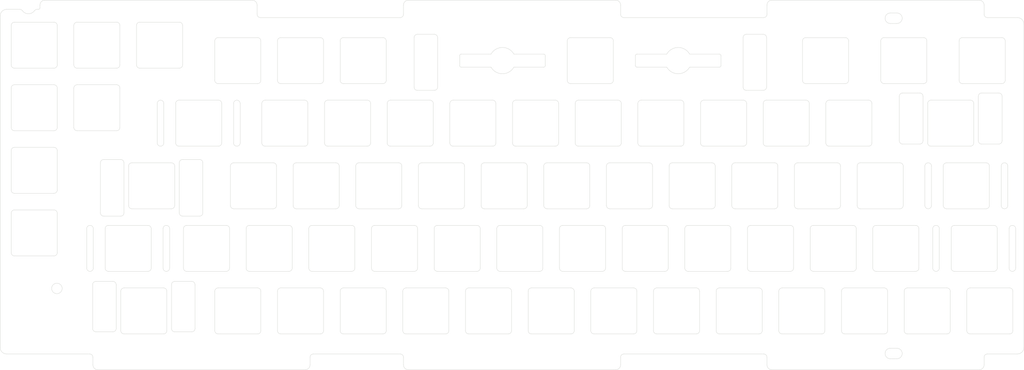
<source format=kicad_pcb>
(kicad_pcb (version 20171130) (host pcbnew "(5.1.9)-1")

  (general
    (thickness 1.6)
    (drawings 725)
    (tracks 0)
    (zones 0)
    (modules 0)
    (nets 1)
  )

  (page A4)
  (layers
    (0 F.Cu signal)
    (31 B.Cu signal)
    (32 B.Adhes user)
    (33 F.Adhes user)
    (34 B.Paste user)
    (35 F.Paste user)
    (36 B.SilkS user)
    (37 F.SilkS user)
    (38 B.Mask user)
    (39 F.Mask user)
    (40 Dwgs.User user)
    (41 Cmts.User user)
    (42 Eco1.User user)
    (43 Eco2.User user)
    (44 Edge.Cuts user)
    (45 Margin user)
    (46 B.CrtYd user)
    (47 F.CrtYd user)
    (48 B.Fab user)
    (49 F.Fab user)
  )

  (setup
    (last_trace_width 0.25)
    (trace_clearance 0.2)
    (zone_clearance 0.508)
    (zone_45_only no)
    (trace_min 0.2)
    (via_size 0.8)
    (via_drill 0.4)
    (via_min_size 0.4)
    (via_min_drill 0.3)
    (uvia_size 0.3)
    (uvia_drill 0.1)
    (uvias_allowed no)
    (uvia_min_size 0.2)
    (uvia_min_drill 0.1)
    (edge_width 0.05)
    (segment_width 0.2)
    (pcb_text_width 0.3)
    (pcb_text_size 1.5 1.5)
    (mod_edge_width 0.12)
    (mod_text_size 1 1)
    (mod_text_width 0.15)
    (pad_size 1.524 1.524)
    (pad_drill 0.762)
    (pad_to_mask_clearance 0)
    (aux_axis_origin 0 0)
    (visible_elements FFFFFF7F)
    (pcbplotparams
      (layerselection 0x010fc_ffffffff)
      (usegerberextensions false)
      (usegerberattributes true)
      (usegerberadvancedattributes true)
      (creategerberjobfile true)
      (excludeedgelayer true)
      (linewidth 0.100000)
      (plotframeref false)
      (viasonmask false)
      (mode 1)
      (useauxorigin false)
      (hpglpennumber 1)
      (hpglpenspeed 20)
      (hpglpendiameter 15.000000)
      (psnegative false)
      (psa4output false)
      (plotreference true)
      (plotvalue true)
      (plotinvisibletext false)
      (padsonsilk false)
      (subtractmaskfromsilk false)
      (outputformat 1)
      (mirror false)
      (drillshape 0)
      (scaleselection 1)
      (outputdirectory "C:/Users/lfgab/Documents/GitHub/alpine-fr4-plate/gerbers/"))
  )

  (net 0 "")

  (net_class Default "This is the default net class."
    (clearance 0.2)
    (trace_width 0.25)
    (via_dia 0.8)
    (via_drill 0.4)
    (uvia_dia 0.3)
    (uvia_drill 0.1)
  )

  (gr_circle (center 11.65 131.249999) (end 13.25 131.249999) (layer Edge.Cuts) (width 0.1))
  (gr_arc (start 289.25 132.1) (end 289.25 131.1) (angle -90) (layer Edge.Cuts) (width 0.1))
  (gr_line (start 301.25 131.1) (end 289.25 131.1) (layer Edge.Cuts) (width 0.1))
  (gr_arc (start 301.25 132.1) (end 302.25 132.1) (angle -90) (layer Edge.Cuts) (width 0.1))
  (gr_line (start 302.25 144.1) (end 302.25 132.1) (layer Edge.Cuts) (width 0.1))
  (gr_arc (start 301.25 144.1) (end 301.25 145.1) (angle -90) (layer Edge.Cuts) (width 0.1))
  (gr_line (start 289.25 145.1) (end 301.25 145.1) (layer Edge.Cuts) (width 0.1))
  (gr_arc (start 289.25 144.1) (end 288.25 144.1) (angle -90) (layer Edge.Cuts) (width 0.1))
  (gr_line (start 288.25 132.1) (end 288.25 144.1) (layer Edge.Cuts) (width 0.1))
  (gr_arc (start 270.2 132.1) (end 270.2 131.1) (angle -90) (layer Edge.Cuts) (width 0.1))
  (gr_line (start 282.2 131.1) (end 270.2 131.1) (layer Edge.Cuts) (width 0.1))
  (gr_arc (start 282.2 132.1) (end 283.2 132.1) (angle -90) (layer Edge.Cuts) (width 0.1))
  (gr_line (start 283.2 144.1) (end 283.2 132.1) (layer Edge.Cuts) (width 0.1))
  (gr_arc (start 282.2 144.1) (end 282.2 145.1) (angle -90) (layer Edge.Cuts) (width 0.1))
  (gr_line (start 270.2 145.1) (end 282.2 145.1) (layer Edge.Cuts) (width 0.1))
  (gr_arc (start 270.2 144.1) (end 269.2 144.1) (angle -90) (layer Edge.Cuts) (width 0.1))
  (gr_line (start 269.2 132.1) (end 269.2 144.1) (layer Edge.Cuts) (width 0.1))
  (gr_arc (start 251.15 132.1) (end 251.15 131.1) (angle -90) (layer Edge.Cuts) (width 0.1))
  (gr_line (start 263.15 131.1) (end 251.15 131.1) (layer Edge.Cuts) (width 0.1))
  (gr_arc (start 263.15 132.1) (end 264.15 132.1) (angle -90) (layer Edge.Cuts) (width 0.1))
  (gr_line (start 264.15 144.1) (end 264.15 132.1) (layer Edge.Cuts) (width 0.1))
  (gr_arc (start 263.15 144.1) (end 263.15 145.1) (angle -90) (layer Edge.Cuts) (width 0.1))
  (gr_line (start 251.15 145.1) (end 263.15 145.1) (layer Edge.Cuts) (width 0.1))
  (gr_arc (start 251.15 144.1) (end 250.15 144.1) (angle -90) (layer Edge.Cuts) (width 0.1))
  (gr_line (start 250.15 132.1) (end 250.15 144.1) (layer Edge.Cuts) (width 0.1))
  (gr_arc (start 232.1 132.1) (end 232.1 131.1) (angle -90) (layer Edge.Cuts) (width 0.1))
  (gr_line (start 244.1 131.1) (end 232.1 131.1) (layer Edge.Cuts) (width 0.1))
  (gr_arc (start 244.1 132.1) (end 245.1 132.1) (angle -90) (layer Edge.Cuts) (width 0.1))
  (gr_line (start 245.1 144.1) (end 245.1 132.1) (layer Edge.Cuts) (width 0.1))
  (gr_arc (start 244.1 144.1) (end 244.1 145.1) (angle -90) (layer Edge.Cuts) (width 0.1))
  (gr_line (start 232.1 145.1) (end 244.1 145.1) (layer Edge.Cuts) (width 0.1))
  (gr_arc (start 232.1 144.1) (end 231.1 144.1) (angle -90) (layer Edge.Cuts) (width 0.1))
  (gr_line (start 231.1 132.1) (end 231.1 144.1) (layer Edge.Cuts) (width 0.1))
  (gr_arc (start 213.05 132.1) (end 213.05 131.1) (angle -90) (layer Edge.Cuts) (width 0.1))
  (gr_line (start 225.05 131.1) (end 213.05 131.1) (layer Edge.Cuts) (width 0.1))
  (gr_arc (start 225.05 132.1) (end 226.05 132.1) (angle -90) (layer Edge.Cuts) (width 0.1))
  (gr_line (start 226.05 144.1) (end 226.05 132.1) (layer Edge.Cuts) (width 0.1))
  (gr_arc (start 225.05 144.1) (end 225.05 145.1) (angle -90) (layer Edge.Cuts) (width 0.1))
  (gr_line (start 213.05 145.1) (end 225.05 145.1) (layer Edge.Cuts) (width 0.1))
  (gr_arc (start 213.05 144.1) (end 212.05 144.1) (angle -90) (layer Edge.Cuts) (width 0.1))
  (gr_line (start 212.05 132.1) (end 212.05 144.1) (layer Edge.Cuts) (width 0.1))
  (gr_arc (start 194 132.1) (end 194 131.1) (angle -90) (layer Edge.Cuts) (width 0.1))
  (gr_line (start 206 131.1) (end 194 131.1) (layer Edge.Cuts) (width 0.1))
  (gr_arc (start 206 132.1) (end 207 132.1) (angle -90) (layer Edge.Cuts) (width 0.1))
  (gr_line (start 207 144.1) (end 207 132.1) (layer Edge.Cuts) (width 0.1))
  (gr_arc (start 206 144.1) (end 206 145.1) (angle -90) (layer Edge.Cuts) (width 0.1))
  (gr_line (start 194 145.1) (end 206 145.1) (layer Edge.Cuts) (width 0.1))
  (gr_arc (start 194 144.1) (end 193 144.1) (angle -90) (layer Edge.Cuts) (width 0.1))
  (gr_line (start 193 132.1) (end 193 144.1) (layer Edge.Cuts) (width 0.1))
  (gr_arc (start 174.95 132.1) (end 174.95 131.1) (angle -90) (layer Edge.Cuts) (width 0.1))
  (gr_line (start 186.95 131.1) (end 174.95 131.1) (layer Edge.Cuts) (width 0.1))
  (gr_arc (start 186.95 132.1) (end 187.95 132.1) (angle -90) (layer Edge.Cuts) (width 0.1))
  (gr_line (start 187.95 144.1) (end 187.95 132.1) (layer Edge.Cuts) (width 0.1))
  (gr_arc (start 186.95 144.1) (end 186.95 145.1) (angle -90) (layer Edge.Cuts) (width 0.1))
  (gr_line (start 174.95 145.1) (end 186.95 145.1) (layer Edge.Cuts) (width 0.1))
  (gr_arc (start 174.95 144.1) (end 173.95 144.1) (angle -90) (layer Edge.Cuts) (width 0.1))
  (gr_line (start 173.95 132.1) (end 173.95 144.1) (layer Edge.Cuts) (width 0.1))
  (gr_arc (start 155.9 132.1) (end 155.9 131.1) (angle -90) (layer Edge.Cuts) (width 0.1))
  (gr_line (start 167.9 131.1) (end 155.9 131.1) (layer Edge.Cuts) (width 0.1))
  (gr_arc (start 167.9 132.1) (end 168.9 132.1) (angle -90) (layer Edge.Cuts) (width 0.1))
  (gr_line (start 168.9 144.1) (end 168.9 132.1) (layer Edge.Cuts) (width 0.1))
  (gr_arc (start 167.9 144.1) (end 167.9 145.1) (angle -90) (layer Edge.Cuts) (width 0.1))
  (gr_line (start 155.9 145.1) (end 167.9 145.1) (layer Edge.Cuts) (width 0.1))
  (gr_arc (start 155.9 144.1) (end 154.9 144.1) (angle -90) (layer Edge.Cuts) (width 0.1))
  (gr_line (start 154.9 132.1) (end 154.9 144.1) (layer Edge.Cuts) (width 0.1))
  (gr_arc (start 136.85 132.1) (end 136.85 131.1) (angle -90) (layer Edge.Cuts) (width 0.1))
  (gr_line (start 148.85 131.1) (end 136.85 131.1) (layer Edge.Cuts) (width 0.1))
  (gr_arc (start 148.85 132.1) (end 149.85 132.1) (angle -90) (layer Edge.Cuts) (width 0.1))
  (gr_line (start 149.85 144.1) (end 149.85 132.1) (layer Edge.Cuts) (width 0.1))
  (gr_arc (start 148.85 144.1) (end 148.85 145.1) (angle -90) (layer Edge.Cuts) (width 0.1))
  (gr_line (start 136.85 145.1) (end 148.85 145.1) (layer Edge.Cuts) (width 0.1))
  (gr_arc (start 136.85 144.1) (end 135.85 144.1) (angle -90) (layer Edge.Cuts) (width 0.1))
  (gr_line (start 135.85 132.1) (end 135.85 144.1) (layer Edge.Cuts) (width 0.1))
  (gr_arc (start 117.8 132.1) (end 117.8 131.1) (angle -90) (layer Edge.Cuts) (width 0.1))
  (gr_line (start 129.8 131.1) (end 117.8 131.1) (layer Edge.Cuts) (width 0.1))
  (gr_arc (start 129.8 132.1) (end 130.8 132.1) (angle -90) (layer Edge.Cuts) (width 0.1))
  (gr_line (start 130.8 144.1) (end 130.8 132.1) (layer Edge.Cuts) (width 0.1))
  (gr_arc (start 129.8 144.1) (end 129.8 145.1) (angle -90) (layer Edge.Cuts) (width 0.1))
  (gr_line (start 117.8 145.1) (end 129.8 145.1) (layer Edge.Cuts) (width 0.1))
  (gr_arc (start 117.8 144.1) (end 116.8 144.1) (angle -90) (layer Edge.Cuts) (width 0.1))
  (gr_line (start 116.8 132.1) (end 116.8 144.1) (layer Edge.Cuts) (width 0.1))
  (gr_arc (start 98.75 132.1) (end 98.75 131.1) (angle -90) (layer Edge.Cuts) (width 0.1))
  (gr_line (start 110.75 131.1) (end 98.75 131.1) (layer Edge.Cuts) (width 0.1))
  (gr_arc (start 110.75 132.1) (end 111.75 132.1) (angle -90) (layer Edge.Cuts) (width 0.1))
  (gr_line (start 111.75 144.1) (end 111.75 132.1) (layer Edge.Cuts) (width 0.1))
  (gr_arc (start 110.75 144.1) (end 110.75 145.1) (angle -90) (layer Edge.Cuts) (width 0.1))
  (gr_line (start 98.75 145.1) (end 110.75 145.1) (layer Edge.Cuts) (width 0.1))
  (gr_arc (start 98.75 144.1) (end 97.75 144.1) (angle -90) (layer Edge.Cuts) (width 0.1))
  (gr_line (start 97.75 132.1) (end 97.75 144.1) (layer Edge.Cuts) (width 0.1))
  (gr_arc (start 79.7 132.1) (end 79.7 131.1) (angle -90) (layer Edge.Cuts) (width 0.1))
  (gr_line (start 91.7 131.1) (end 79.7 131.1) (layer Edge.Cuts) (width 0.1))
  (gr_arc (start 91.7 132.1) (end 92.7 132.1) (angle -90) (layer Edge.Cuts) (width 0.1))
  (gr_line (start 92.7 144.1) (end 92.7 132.1) (layer Edge.Cuts) (width 0.1))
  (gr_arc (start 91.7 144.1) (end 91.7 145.1) (angle -90) (layer Edge.Cuts) (width 0.1))
  (gr_line (start 79.7 145.1) (end 91.7 145.1) (layer Edge.Cuts) (width 0.1))
  (gr_arc (start 79.7 144.1) (end 78.7 144.1) (angle -90) (layer Edge.Cuts) (width 0.1))
  (gr_line (start 78.7 132.1) (end 78.7 144.1) (layer Edge.Cuts) (width 0.1))
  (gr_arc (start 60.65 132.1) (end 60.65 131.1) (angle -90) (layer Edge.Cuts) (width 0.1))
  (gr_line (start 72.65 131.1) (end 60.65 131.1) (layer Edge.Cuts) (width 0.1))
  (gr_arc (start 72.65 132.1) (end 73.65 132.1) (angle -90) (layer Edge.Cuts) (width 0.1))
  (gr_line (start 73.65 144.1) (end 73.65 132.1) (layer Edge.Cuts) (width 0.1))
  (gr_arc (start 72.65 144.1) (end 72.65 145.1) (angle -90) (layer Edge.Cuts) (width 0.1))
  (gr_line (start 60.65 145.1) (end 72.65 145.1) (layer Edge.Cuts) (width 0.1))
  (gr_arc (start 60.65 144.1) (end 59.65 144.1) (angle -90) (layer Edge.Cuts) (width 0.1))
  (gr_line (start 59.65 132.1) (end 59.65 144.1) (layer Edge.Cuts) (width 0.1))
  (gr_arc (start 44.075 144.1) (end 44.075 145.1) (angle -90) (layer Edge.Cuts) (width 0.1))
  (gr_line (start 32.075 145.1) (end 44.075 145.1) (layer Edge.Cuts) (width 0.1))
  (gr_arc (start 32.075 144.1) (end 31.075 144.1) (angle -90) (layer Edge.Cuts) (width 0.1))
  (gr_line (start 31.075 132.1) (end 31.075 144.1) (layer Edge.Cuts) (width 0.1))
  (gr_arc (start 32.075 132.1) (end 32.075 131.1) (angle -90) (layer Edge.Cuts) (width 0.1))
  (gr_line (start 44.075 131.1) (end 32.075 131.1) (layer Edge.Cuts) (width 0.1))
  (gr_arc (start 44.075 132.1) (end 45.075 132.1) (angle -90) (layer Edge.Cuts) (width 0.1))
  (gr_line (start 45.075 144.1) (end 45.075 132.1) (layer Edge.Cuts) (width 0.1))
  (gr_arc (start 21.71 125.05) (end 20.71 125.05) (angle -180) (layer Edge.Cuts) (width 0.1))
  (gr_line (start 20.71 113.05) (end 20.71 125.05) (layer Edge.Cuts) (width 0.1))
  (gr_arc (start 21.71 113.05) (end 22.71 113.05) (angle -180) (layer Edge.Cuts) (width 0.1))
  (gr_line (start 22.71 125.05) (end 22.71 113.05) (layer Edge.Cuts) (width 0.1))
  (gr_arc (start 27.31 113.05) (end 27.31 112.05) (angle -90) (layer Edge.Cuts) (width 0.1))
  (gr_line (start 39.31 112.05) (end 27.31 112.05) (layer Edge.Cuts) (width 0.1))
  (gr_arc (start 39.31 113.05) (end 40.31 113.05) (angle -90) (layer Edge.Cuts) (width 0.1))
  (gr_line (start 40.31 125.05) (end 40.31 113.05) (layer Edge.Cuts) (width 0.1))
  (gr_arc (start 39.31 125.05) (end 39.31 126.05) (angle -90) (layer Edge.Cuts) (width 0.1))
  (gr_line (start 27.31 126.05) (end 39.31 126.05) (layer Edge.Cuts) (width 0.1))
  (gr_arc (start 27.31 125.05) (end 26.31 125.05) (angle -90) (layer Edge.Cuts) (width 0.1))
  (gr_line (start 26.31 113.05) (end 26.31 125.05) (layer Edge.Cuts) (width 0.1))
  (gr_arc (start 44.91 113.05) (end 45.91 113.05) (angle -180) (layer Edge.Cuts) (width 0.1))
  (gr_line (start 45.91 125.05) (end 45.91 113.05) (layer Edge.Cuts) (width 0.1))
  (gr_arc (start 44.91 125.05) (end 43.91 125.05) (angle -180) (layer Edge.Cuts) (width 0.1))
  (gr_line (start 43.91 113.05) (end 43.91 125.05) (layer Edge.Cuts) (width 0.1))
  (gr_arc (start 51.125 113.05) (end 51.125 112.05) (angle -90) (layer Edge.Cuts) (width 0.1))
  (gr_line (start 63.125 112.05) (end 51.125 112.05) (layer Edge.Cuts) (width 0.1))
  (gr_arc (start 63.125 113.05) (end 64.125 113.05) (angle -90) (layer Edge.Cuts) (width 0.1))
  (gr_line (start 64.125 125.05) (end 64.125 113.05) (layer Edge.Cuts) (width 0.1))
  (gr_arc (start 63.125 125.05) (end 63.125 126.05) (angle -90) (layer Edge.Cuts) (width 0.1))
  (gr_line (start 51.125 126.05) (end 63.125 126.05) (layer Edge.Cuts) (width 0.1))
  (gr_arc (start 51.125 125.05) (end 50.125 125.05) (angle -90) (layer Edge.Cuts) (width 0.1))
  (gr_line (start 50.125 113.05) (end 50.125 125.05) (layer Edge.Cuts) (width 0.1))
  (gr_arc (start 70.175 113.05) (end 70.175 112.05) (angle -90) (layer Edge.Cuts) (width 0.1))
  (gr_line (start 82.175 112.05) (end 70.175 112.05) (layer Edge.Cuts) (width 0.1))
  (gr_arc (start 82.175 113.05) (end 83.175 113.05) (angle -90) (layer Edge.Cuts) (width 0.1))
  (gr_line (start 83.175 125.05) (end 83.175 113.05) (layer Edge.Cuts) (width 0.1))
  (gr_arc (start 82.175 125.05) (end 82.175 126.05) (angle -90) (layer Edge.Cuts) (width 0.1))
  (gr_line (start 70.175 126.05) (end 82.175 126.05) (layer Edge.Cuts) (width 0.1))
  (gr_arc (start 70.175 125.05) (end 69.175 125.05) (angle -90) (layer Edge.Cuts) (width 0.1))
  (gr_line (start 69.175 113.05) (end 69.175 125.05) (layer Edge.Cuts) (width 0.1))
  (gr_arc (start 89.225 113.05) (end 89.225 112.05) (angle -90) (layer Edge.Cuts) (width 0.1))
  (gr_line (start 101.225 112.05) (end 89.225 112.05) (layer Edge.Cuts) (width 0.1))
  (gr_arc (start 101.225 113.05) (end 102.225 113.05) (angle -90) (layer Edge.Cuts) (width 0.1))
  (gr_line (start 102.225 125.05) (end 102.225 113.05) (layer Edge.Cuts) (width 0.1))
  (gr_arc (start 101.225 125.05) (end 101.225 126.05) (angle -90) (layer Edge.Cuts) (width 0.1))
  (gr_line (start 89.225 126.05) (end 101.225 126.05) (layer Edge.Cuts) (width 0.1))
  (gr_arc (start 89.225 125.05) (end 88.225 125.05) (angle -90) (layer Edge.Cuts) (width 0.1))
  (gr_line (start 88.225 113.05) (end 88.225 125.05) (layer Edge.Cuts) (width 0.1))
  (gr_arc (start 108.275 113.05) (end 108.275 112.05) (angle -90) (layer Edge.Cuts) (width 0.1))
  (gr_line (start 120.275 112.05) (end 108.275 112.05) (layer Edge.Cuts) (width 0.1))
  (gr_arc (start 120.275 113.05) (end 121.275 113.05) (angle -90) (layer Edge.Cuts) (width 0.1))
  (gr_line (start 121.275 125.05) (end 121.275 113.05) (layer Edge.Cuts) (width 0.1))
  (gr_arc (start 120.275 125.05) (end 120.275 126.05) (angle -90) (layer Edge.Cuts) (width 0.1))
  (gr_line (start 108.275 126.05) (end 120.275 126.05) (layer Edge.Cuts) (width 0.1))
  (gr_arc (start 108.275 125.05) (end 107.275 125.05) (angle -90) (layer Edge.Cuts) (width 0.1))
  (gr_line (start 107.275 113.05) (end 107.275 125.05) (layer Edge.Cuts) (width 0.1))
  (gr_arc (start 127.325 113.05) (end 127.325 112.05) (angle -90) (layer Edge.Cuts) (width 0.1))
  (gr_line (start 139.325 112.05) (end 127.325 112.05) (layer Edge.Cuts) (width 0.1))
  (gr_arc (start 139.325 113.05) (end 140.325 113.05) (angle -90) (layer Edge.Cuts) (width 0.1))
  (gr_line (start 140.325 125.05) (end 140.325 113.05) (layer Edge.Cuts) (width 0.1))
  (gr_arc (start 139.325 125.05) (end 139.325 126.05) (angle -90) (layer Edge.Cuts) (width 0.1))
  (gr_line (start 127.325 126.05) (end 139.325 126.05) (layer Edge.Cuts) (width 0.1))
  (gr_arc (start 127.325 125.05) (end 126.325 125.05) (angle -90) (layer Edge.Cuts) (width 0.1))
  (gr_line (start 126.325 113.05) (end 126.325 125.05) (layer Edge.Cuts) (width 0.1))
  (gr_arc (start 146.375 113.05) (end 146.375 112.05) (angle -90) (layer Edge.Cuts) (width 0.1))
  (gr_line (start 158.375 112.05) (end 146.375 112.05) (layer Edge.Cuts) (width 0.1))
  (gr_arc (start 158.375 113.05) (end 159.375 113.05) (angle -90) (layer Edge.Cuts) (width 0.1))
  (gr_line (start 159.375 125.05) (end 159.375 113.05) (layer Edge.Cuts) (width 0.1))
  (gr_arc (start 158.375 125.05) (end 158.375 126.05) (angle -90) (layer Edge.Cuts) (width 0.1))
  (gr_line (start 146.375 126.05) (end 158.375 126.05) (layer Edge.Cuts) (width 0.1))
  (gr_arc (start 146.375 125.05) (end 145.375 125.05) (angle -90) (layer Edge.Cuts) (width 0.1))
  (gr_line (start 145.375 113.05) (end 145.375 125.05) (layer Edge.Cuts) (width 0.1))
  (gr_arc (start 165.425 113.05) (end 165.425 112.05) (angle -90) (layer Edge.Cuts) (width 0.1))
  (gr_line (start 177.425 112.05) (end 165.425 112.05) (layer Edge.Cuts) (width 0.1))
  (gr_arc (start 177.425 113.05) (end 178.425 113.05) (angle -90) (layer Edge.Cuts) (width 0.1))
  (gr_line (start 178.425 125.05) (end 178.425 113.05) (layer Edge.Cuts) (width 0.1))
  (gr_arc (start 177.425 125.05) (end 177.425 126.05) (angle -90) (layer Edge.Cuts) (width 0.1))
  (gr_line (start 165.425 126.05) (end 177.425 126.05) (layer Edge.Cuts) (width 0.1))
  (gr_arc (start 165.425 125.05) (end 164.425 125.05) (angle -90) (layer Edge.Cuts) (width 0.1))
  (gr_line (start 164.425 113.05) (end 164.425 125.05) (layer Edge.Cuts) (width 0.1))
  (gr_arc (start 184.475 113.05) (end 184.475 112.05) (angle -90) (layer Edge.Cuts) (width 0.1))
  (gr_line (start 196.475 112.05) (end 184.475 112.05) (layer Edge.Cuts) (width 0.1))
  (gr_arc (start 196.475 113.05) (end 197.475 113.05) (angle -90) (layer Edge.Cuts) (width 0.1))
  (gr_line (start 197.475 125.05) (end 197.475 113.05) (layer Edge.Cuts) (width 0.1))
  (gr_arc (start 196.475 125.05) (end 196.475 126.05) (angle -90) (layer Edge.Cuts) (width 0.1))
  (gr_line (start 184.475 126.05) (end 196.475 126.05) (layer Edge.Cuts) (width 0.1))
  (gr_arc (start 184.475 125.05) (end 183.475 125.05) (angle -90) (layer Edge.Cuts) (width 0.1))
  (gr_line (start 183.475 113.05) (end 183.475 125.05) (layer Edge.Cuts) (width 0.1))
  (gr_arc (start 203.525 113.05) (end 203.525 112.05) (angle -90) (layer Edge.Cuts) (width 0.1))
  (gr_line (start 215.525 112.05) (end 203.525 112.05) (layer Edge.Cuts) (width 0.1))
  (gr_arc (start 215.525 113.05) (end 216.525 113.05) (angle -90) (layer Edge.Cuts) (width 0.1))
  (gr_line (start 216.525 125.05) (end 216.525 113.05) (layer Edge.Cuts) (width 0.1))
  (gr_arc (start 215.525 125.05) (end 215.525 126.05) (angle -90) (layer Edge.Cuts) (width 0.1))
  (gr_line (start 203.525 126.05) (end 215.525 126.05) (layer Edge.Cuts) (width 0.1))
  (gr_arc (start 203.525 125.05) (end 202.525 125.05) (angle -90) (layer Edge.Cuts) (width 0.1))
  (gr_line (start 202.525 113.05) (end 202.525 125.05) (layer Edge.Cuts) (width 0.1))
  (gr_arc (start 222.575 113.05) (end 222.575 112.05) (angle -90) (layer Edge.Cuts) (width 0.1))
  (gr_line (start 234.575 112.05) (end 222.575 112.05) (layer Edge.Cuts) (width 0.1))
  (gr_arc (start 234.575 113.05) (end 235.575 113.05) (angle -90) (layer Edge.Cuts) (width 0.1))
  (gr_line (start 235.575 125.05) (end 235.575 113.05) (layer Edge.Cuts) (width 0.1))
  (gr_arc (start 234.575 125.05) (end 234.575 126.05) (angle -90) (layer Edge.Cuts) (width 0.1))
  (gr_line (start 222.575 126.05) (end 234.575 126.05) (layer Edge.Cuts) (width 0.1))
  (gr_arc (start 222.575 125.05) (end 221.575 125.05) (angle -90) (layer Edge.Cuts) (width 0.1))
  (gr_line (start 221.575 113.05) (end 221.575 125.05) (layer Edge.Cuts) (width 0.1))
  (gr_arc (start 241.625 113.05) (end 241.625 112.05) (angle -90) (layer Edge.Cuts) (width 0.1))
  (gr_line (start 253.625 112.05) (end 241.625 112.05) (layer Edge.Cuts) (width 0.1))
  (gr_arc (start 253.625 113.05) (end 254.625 113.05) (angle -90) (layer Edge.Cuts) (width 0.1))
  (gr_line (start 254.625 125.05) (end 254.625 113.05) (layer Edge.Cuts) (width 0.1))
  (gr_arc (start 253.625 125.05) (end 253.625 126.05) (angle -90) (layer Edge.Cuts) (width 0.1))
  (gr_line (start 241.625 126.05) (end 253.625 126.05) (layer Edge.Cuts) (width 0.1))
  (gr_arc (start 241.625 125.05) (end 240.625 125.05) (angle -90) (layer Edge.Cuts) (width 0.1))
  (gr_line (start 240.625 113.05) (end 240.625 125.05) (layer Edge.Cuts) (width 0.1))
  (gr_arc (start 260.675 113.05) (end 260.675 112.05) (angle -90) (layer Edge.Cuts) (width 0.1))
  (gr_line (start 272.675 112.05) (end 260.675 112.05) (layer Edge.Cuts) (width 0.1))
  (gr_arc (start 272.675 113.05) (end 273.675 113.05) (angle -90) (layer Edge.Cuts) (width 0.1))
  (gr_line (start 273.675 125.05) (end 273.675 113.05) (layer Edge.Cuts) (width 0.1))
  (gr_arc (start 272.675 125.05) (end 272.675 126.05) (angle -90) (layer Edge.Cuts) (width 0.1))
  (gr_line (start 260.675 126.05) (end 272.675 126.05) (layer Edge.Cuts) (width 0.1))
  (gr_arc (start 260.675 125.05) (end 259.675 125.05) (angle -90) (layer Edge.Cuts) (width 0.1))
  (gr_line (start 259.675 113.05) (end 259.675 125.05) (layer Edge.Cuts) (width 0.1))
  (gr_arc (start 278.89 125.05) (end 277.89 125.05) (angle -180) (layer Edge.Cuts) (width 0.1))
  (gr_line (start 277.89 113.05) (end 277.89 125.05) (layer Edge.Cuts) (width 0.1))
  (gr_arc (start 278.89 113.05) (end 279.89 113.05) (angle -180) (layer Edge.Cuts) (width 0.1))
  (gr_line (start 279.89 125.05) (end 279.89 113.05) (layer Edge.Cuts) (width 0.1))
  (gr_arc (start 284.49 113.05) (end 284.49 112.05) (angle -90) (layer Edge.Cuts) (width 0.1))
  (gr_line (start 296.49 112.05) (end 284.49 112.05) (layer Edge.Cuts) (width 0.1))
  (gr_arc (start 296.49 113.05) (end 297.49 113.05) (angle -90) (layer Edge.Cuts) (width 0.1))
  (gr_line (start 297.49 125.05) (end 297.49 113.05) (layer Edge.Cuts) (width 0.1))
  (gr_arc (start 296.49 125.05) (end 296.49 126.05) (angle -90) (layer Edge.Cuts) (width 0.1))
  (gr_line (start 284.49 126.05) (end 296.49 126.05) (layer Edge.Cuts) (width 0.1))
  (gr_arc (start 284.49 125.05) (end 283.49 125.05) (angle -90) (layer Edge.Cuts) (width 0.1))
  (gr_line (start 283.49 113.05) (end 283.49 125.05) (layer Edge.Cuts) (width 0.1))
  (gr_arc (start 302.09 113.05) (end 303.09 113.05) (angle -180) (layer Edge.Cuts) (width 0.1))
  (gr_line (start 303.09 125.05) (end 303.09 113.05) (layer Edge.Cuts) (width 0.1))
  (gr_arc (start 302.09 125.05) (end 301.09 125.05) (angle -180) (layer Edge.Cuts) (width 0.1))
  (gr_line (start 301.09 113.05) (end 301.09 125.05) (layer Edge.Cuts) (width 0.1))
  (gr_line (start 11.749999 89.299999) (end 11.749999 101.299999) (layer Edge.Cuts) (width 0.1))
  (gr_arc (start 10.749999 89.299999) (end 11.749999 89.299999) (angle -90) (layer Edge.Cuts) (width 0.1))
  (gr_line (start -1.25 88.299999) (end 10.749999 88.299999) (layer Edge.Cuts) (width 0.1))
  (gr_arc (start -1.25 89.299999) (end -1.25 88.299999) (angle -90) (layer Edge.Cuts) (width 0.1))
  (gr_line (start -2.25 101.299999) (end -2.25 89.299999) (layer Edge.Cuts) (width 0.1))
  (gr_arc (start -1.25 101.299999) (end -2.25 101.299999) (angle -90) (layer Edge.Cuts) (width 0.1))
  (gr_line (start 10.749999 102.299999) (end -1.25 102.299999) (layer Edge.Cuts) (width 0.1))
  (gr_arc (start 10.749999 101.299999) (end 10.749999 102.299999) (angle -90) (layer Edge.Cuts) (width 0.1))
  (gr_line (start 30.799999 51.199999) (end 30.799999 63.199999) (layer Edge.Cuts) (width 0.1))
  (gr_arc (start 29.799999 51.199999) (end 30.799999 51.199999) (angle -90) (layer Edge.Cuts) (width 0.1))
  (gr_line (start 17.799999 50.199999) (end 29.799999 50.199999) (layer Edge.Cuts) (width 0.1))
  (gr_arc (start 17.799999 51.199999) (end 17.799999 50.199999) (angle -90) (layer Edge.Cuts) (width 0.1))
  (gr_line (start 16.799999 63.199999) (end 16.799999 51.199999) (layer Edge.Cuts) (width 0.1))
  (gr_arc (start 17.799999 63.199999) (end 16.799999 63.199999) (angle -90) (layer Edge.Cuts) (width 0.1))
  (gr_line (start 29.799999 64.199999) (end 17.799999 64.199999) (layer Edge.Cuts) (width 0.1))
  (gr_arc (start 29.799999 63.199999) (end 29.799999 64.199999) (angle -90) (layer Edge.Cuts) (width 0.1))
  (gr_line (start 11.749999 51.199999) (end 11.749999 63.199999) (layer Edge.Cuts) (width 0.1))
  (gr_arc (start 10.749999 51.199999) (end 11.749999 51.199999) (angle -90) (layer Edge.Cuts) (width 0.1))
  (gr_line (start -1.25 50.199999) (end 10.749999 50.199999) (layer Edge.Cuts) (width 0.1))
  (gr_arc (start -1.25 51.199999) (end -1.25 50.199999) (angle -90) (layer Edge.Cuts) (width 0.1))
  (gr_line (start -2.25 63.199999) (end -2.25 51.199999) (layer Edge.Cuts) (width 0.1))
  (gr_arc (start -1.25 63.199999) (end -2.25 63.199999) (angle -90) (layer Edge.Cuts) (width 0.1))
  (gr_line (start 10.749999 64.199999) (end -1.25 64.199999) (layer Edge.Cuts) (width 0.1))
  (gr_arc (start 10.749999 63.199999) (end 10.749999 64.199999) (angle -90) (layer Edge.Cuts) (width 0.1))
  (gr_line (start 49.849999 51.199999) (end 49.849999 63.199999) (layer Edge.Cuts) (width 0.1))
  (gr_arc (start 48.849999 51.199999) (end 49.849999 51.199999) (angle -90) (layer Edge.Cuts) (width 0.1))
  (gr_line (start 36.849999 50.199999) (end 48.849999 50.199999) (layer Edge.Cuts) (width 0.1))
  (gr_arc (start 36.849999 51.199999) (end 36.849999 50.199999) (angle -90) (layer Edge.Cuts) (width 0.1))
  (gr_line (start 35.849999 63.199999) (end 35.849999 51.199999) (layer Edge.Cuts) (width 0.1))
  (gr_arc (start 36.849999 63.199999) (end 35.849999 63.199999) (angle -90) (layer Edge.Cuts) (width 0.1))
  (gr_line (start 48.849999 64.199999) (end 36.849999 64.199999) (layer Edge.Cuts) (width 0.1))
  (gr_arc (start 48.849999 63.199999) (end 48.849999 64.199999) (angle -90) (layer Edge.Cuts) (width 0.1))
  (gr_line (start 64.4 106) (end 64.4 94) (layer Edge.Cuts) (width 0.1))
  (gr_arc (start 65.4 106) (end 64.4 106) (angle -90) (layer Edge.Cuts) (width 0.1))
  (gr_line (start 77.4 107) (end 65.4 107) (layer Edge.Cuts) (width 0.1))
  (gr_arc (start 77.4 106) (end 77.4 107) (angle -90) (layer Edge.Cuts) (width 0.1))
  (gr_line (start 78.4 94) (end 78.4 106) (layer Edge.Cuts) (width 0.1))
  (gr_arc (start 77.4 94) (end 78.4 94) (angle -90) (layer Edge.Cuts) (width 0.1))
  (gr_line (start 65.4 93) (end 77.4 93) (layer Edge.Cuts) (width 0.1))
  (gr_arc (start 65.4 94) (end 65.4 93) (angle -90) (layer Edge.Cuts) (width 0.1))
  (gr_line (start 83.45 106) (end 83.45 94) (layer Edge.Cuts) (width 0.1))
  (gr_arc (start 84.45 106) (end 83.45 106) (angle -90) (layer Edge.Cuts) (width 0.1))
  (gr_line (start 96.45 107) (end 84.45 107) (layer Edge.Cuts) (width 0.1))
  (gr_arc (start 96.45 106) (end 96.45 107) (angle -90) (layer Edge.Cuts) (width 0.1))
  (gr_line (start 97.45 94) (end 97.45 106) (layer Edge.Cuts) (width 0.1))
  (gr_arc (start 96.45 94) (end 97.45 94) (angle -90) (layer Edge.Cuts) (width 0.1))
  (gr_line (start 84.45 93) (end 96.45 93) (layer Edge.Cuts) (width 0.1))
  (gr_arc (start 84.45 94) (end 84.45 93) (angle -90) (layer Edge.Cuts) (width 0.1))
  (gr_line (start 102.5 106) (end 102.5 94) (layer Edge.Cuts) (width 0.1))
  (gr_arc (start 103.5 106) (end 102.5 106) (angle -90) (layer Edge.Cuts) (width 0.1))
  (gr_line (start 115.5 107) (end 103.5 107) (layer Edge.Cuts) (width 0.1))
  (gr_arc (start 115.5 106) (end 115.5 107) (angle -90) (layer Edge.Cuts) (width 0.1))
  (gr_line (start 116.5 94) (end 116.5 106) (layer Edge.Cuts) (width 0.1))
  (gr_arc (start 115.5 94) (end 116.5 94) (angle -90) (layer Edge.Cuts) (width 0.1))
  (gr_line (start 103.5 93) (end 115.5 93) (layer Edge.Cuts) (width 0.1))
  (gr_arc (start 103.5 94) (end 103.5 93) (angle -90) (layer Edge.Cuts) (width 0.1))
  (gr_line (start 121.55 106) (end 121.55 94) (layer Edge.Cuts) (width 0.1))
  (gr_arc (start 122.55 106) (end 121.55 106) (angle -90) (layer Edge.Cuts) (width 0.1))
  (gr_line (start 134.55 107) (end 122.55 107) (layer Edge.Cuts) (width 0.1))
  (gr_arc (start 134.55 106) (end 134.55 107) (angle -90) (layer Edge.Cuts) (width 0.1))
  (gr_line (start 135.55 94) (end 135.55 106) (layer Edge.Cuts) (width 0.1))
  (gr_arc (start 134.55 94) (end 135.55 94) (angle -90) (layer Edge.Cuts) (width 0.1))
  (gr_line (start 122.55 93) (end 134.55 93) (layer Edge.Cuts) (width 0.1))
  (gr_arc (start 122.55 94) (end 122.55 93) (angle -90) (layer Edge.Cuts) (width 0.1))
  (gr_line (start 140.6 106) (end 140.6 94) (layer Edge.Cuts) (width 0.1))
  (gr_arc (start 141.6 106) (end 140.6 106) (angle -90) (layer Edge.Cuts) (width 0.1))
  (gr_line (start 153.6 107) (end 141.6 107) (layer Edge.Cuts) (width 0.1))
  (gr_arc (start 153.6 106) (end 153.6 107) (angle -90) (layer Edge.Cuts) (width 0.1))
  (gr_line (start 154.6 94) (end 154.6 106) (layer Edge.Cuts) (width 0.1))
  (gr_arc (start 153.6 94) (end 154.6 94) (angle -90) (layer Edge.Cuts) (width 0.1))
  (gr_line (start 141.6 93) (end 153.6 93) (layer Edge.Cuts) (width 0.1))
  (gr_arc (start 141.6 94) (end 141.6 93) (angle -90) (layer Edge.Cuts) (width 0.1))
  (gr_line (start 159.65 106) (end 159.65 94) (layer Edge.Cuts) (width 0.1))
  (gr_arc (start 160.65 106) (end 159.65 106) (angle -90) (layer Edge.Cuts) (width 0.1))
  (gr_line (start 172.65 107) (end 160.65 107) (layer Edge.Cuts) (width 0.1))
  (gr_arc (start 172.65 106) (end 172.65 107) (angle -90) (layer Edge.Cuts) (width 0.1))
  (gr_line (start 173.65 94) (end 173.65 106) (layer Edge.Cuts) (width 0.1))
  (gr_arc (start 172.65 94) (end 173.65 94) (angle -90) (layer Edge.Cuts) (width 0.1))
  (gr_line (start 160.65 93) (end 172.65 93) (layer Edge.Cuts) (width 0.1))
  (gr_arc (start 160.65 94) (end 160.65 93) (angle -90) (layer Edge.Cuts) (width 0.1))
  (gr_line (start 178.7 106) (end 178.7 94) (layer Edge.Cuts) (width 0.1))
  (gr_arc (start 179.7 106) (end 178.7 106) (angle -90) (layer Edge.Cuts) (width 0.1))
  (gr_line (start 191.7 107) (end 179.7 107) (layer Edge.Cuts) (width 0.1))
  (gr_arc (start 191.7 106) (end 191.7 107) (angle -90) (layer Edge.Cuts) (width 0.1))
  (gr_line (start 192.7 94) (end 192.7 106) (layer Edge.Cuts) (width 0.1))
  (gr_arc (start 191.7 94) (end 192.7 94) (angle -90) (layer Edge.Cuts) (width 0.1))
  (gr_line (start 179.7 93) (end 191.7 93) (layer Edge.Cuts) (width 0.1))
  (gr_arc (start 179.7 94) (end 179.7 93) (angle -90) (layer Edge.Cuts) (width 0.1))
  (gr_line (start 197.75 106) (end 197.75 94) (layer Edge.Cuts) (width 0.1))
  (gr_arc (start 198.75 106) (end 197.75 106) (angle -90) (layer Edge.Cuts) (width 0.1))
  (gr_line (start 210.75 107) (end 198.75 107) (layer Edge.Cuts) (width 0.1))
  (gr_arc (start 210.75 106) (end 210.75 107) (angle -90) (layer Edge.Cuts) (width 0.1))
  (gr_line (start 211.75 94) (end 211.75 106) (layer Edge.Cuts) (width 0.1))
  (gr_arc (start 210.75 94) (end 211.75 94) (angle -90) (layer Edge.Cuts) (width 0.1))
  (gr_line (start 198.75 93) (end 210.75 93) (layer Edge.Cuts) (width 0.1))
  (gr_arc (start 198.75 94) (end 198.75 93) (angle -90) (layer Edge.Cuts) (width 0.1))
  (gr_line (start 216.8 106) (end 216.8 94) (layer Edge.Cuts) (width 0.1))
  (gr_arc (start 217.8 106) (end 216.8 106) (angle -90) (layer Edge.Cuts) (width 0.1))
  (gr_line (start 229.8 107) (end 217.8 107) (layer Edge.Cuts) (width 0.1))
  (gr_arc (start 229.8 106) (end 229.8 107) (angle -90) (layer Edge.Cuts) (width 0.1))
  (gr_line (start 230.8 94) (end 230.8 106) (layer Edge.Cuts) (width 0.1))
  (gr_arc (start 229.8 94) (end 230.8 94) (angle -90) (layer Edge.Cuts) (width 0.1))
  (gr_line (start 217.8 93) (end 229.8 93) (layer Edge.Cuts) (width 0.1))
  (gr_arc (start 217.8 94) (end 217.8 93) (angle -90) (layer Edge.Cuts) (width 0.1))
  (gr_line (start 235.85 106) (end 235.85 94) (layer Edge.Cuts) (width 0.1))
  (gr_arc (start 236.85 106) (end 235.85 106) (angle -90) (layer Edge.Cuts) (width 0.1))
  (gr_line (start 248.85 107) (end 236.85 107) (layer Edge.Cuts) (width 0.1))
  (gr_arc (start 248.85 106) (end 248.85 107) (angle -90) (layer Edge.Cuts) (width 0.1))
  (gr_line (start 249.85 94) (end 249.85 106) (layer Edge.Cuts) (width 0.1))
  (gr_arc (start 248.85 94) (end 249.85 94) (angle -90) (layer Edge.Cuts) (width 0.1))
  (gr_line (start 236.85 93) (end 248.85 93) (layer Edge.Cuts) (width 0.1))
  (gr_arc (start 236.85 94) (end 236.85 93) (angle -90) (layer Edge.Cuts) (width 0.1))
  (gr_line (start 254.9 106) (end 254.9 94) (layer Edge.Cuts) (width 0.1))
  (gr_arc (start 255.9 106) (end 254.9 106) (angle -90) (layer Edge.Cuts) (width 0.1))
  (gr_line (start 267.9 107) (end 255.9 107) (layer Edge.Cuts) (width 0.1))
  (gr_arc (start 267.9 106) (end 267.9 107) (angle -90) (layer Edge.Cuts) (width 0.1))
  (gr_line (start 268.9 94) (end 268.9 106) (layer Edge.Cuts) (width 0.1))
  (gr_arc (start 267.9 94) (end 268.9 94) (angle -90) (layer Edge.Cuts) (width 0.1))
  (gr_line (start 255.9 93) (end 267.9 93) (layer Edge.Cuts) (width 0.1))
  (gr_arc (start 255.9 94) (end 255.9 93) (angle -90) (layer Edge.Cuts) (width 0.1))
  (gr_line (start 275.5 106) (end 275.5 94) (layer Edge.Cuts) (width 0.1))
  (gr_arc (start 276.5 106) (end 275.5 106) (angle -180) (layer Edge.Cuts) (width 0.1))
  (gr_line (start 277.5 94) (end 277.5 106) (layer Edge.Cuts) (width 0.1))
  (gr_arc (start 276.5 94) (end 277.5 94) (angle -180) (layer Edge.Cuts) (width 0.1))
  (gr_line (start 281.1 106) (end 281.1 94) (layer Edge.Cuts) (width 0.1))
  (gr_arc (start 282.1 106) (end 281.1 106) (angle -90) (layer Edge.Cuts) (width 0.1))
  (gr_line (start 294.1 107) (end 282.1 107) (layer Edge.Cuts) (width 0.1))
  (gr_arc (start 294.1 106) (end 294.1 107) (angle -90) (layer Edge.Cuts) (width 0.1))
  (gr_line (start 295.1 94) (end 295.1 106) (layer Edge.Cuts) (width 0.1))
  (gr_arc (start 294.1 94) (end 295.1 94) (angle -90) (layer Edge.Cuts) (width 0.1))
  (gr_line (start 282.1 93) (end 294.1 93) (layer Edge.Cuts) (width 0.1))
  (gr_arc (start 282.1 94) (end 282.1 93) (angle -90) (layer Edge.Cuts) (width 0.1))
  (gr_line (start 300.7 94) (end 300.7 106) (layer Edge.Cuts) (width 0.1))
  (gr_arc (start 299.7 94) (end 300.7 94) (angle -180) (layer Edge.Cuts) (width 0.1))
  (gr_line (start 298.7 106) (end 298.7 94) (layer Edge.Cuts) (width 0.1))
  (gr_arc (start 299.7 106) (end 298.7 106) (angle -180) (layer Edge.Cuts) (width 0.1))
  (gr_line (start 290.345 74.95) (end 290.345 86.95) (layer Edge.Cuts) (width 0.1))
  (gr_arc (start 289.345 74.95) (end 290.345 74.95) (angle -90) (layer Edge.Cuts) (width 0.1))
  (gr_line (start 277.345 73.95) (end 289.345 73.95) (layer Edge.Cuts) (width 0.1))
  (gr_arc (start 277.345 74.95) (end 277.345 73.95) (angle -90) (layer Edge.Cuts) (width 0.1))
  (gr_line (start 276.345 86.95) (end 276.345 74.95) (layer Edge.Cuts) (width 0.1))
  (gr_arc (start 277.345 86.95) (end 276.345 86.95) (angle -90) (layer Edge.Cuts) (width 0.1))
  (gr_line (start 289.345 87.95) (end 277.345 87.95) (layer Edge.Cuts) (width 0.1))
  (gr_arc (start 289.345 86.95) (end 289.345 87.95) (angle -90) (layer Edge.Cuts) (width 0.1))
  (gr_line (start 246.4 73.95) (end 258.4 73.95) (layer Edge.Cuts) (width 0.1))
  (gr_arc (start 246.4 74.95) (end 246.4 73.95) (angle -90) (layer Edge.Cuts) (width 0.1))
  (gr_line (start 245.4 86.95) (end 245.4 74.95) (layer Edge.Cuts) (width 0.1))
  (gr_arc (start 246.4 86.95) (end 245.4 86.95) (angle -90) (layer Edge.Cuts) (width 0.1))
  (gr_line (start 258.4 87.95) (end 246.4 87.95) (layer Edge.Cuts) (width 0.1))
  (gr_arc (start 258.4 86.95) (end 258.4 87.95) (angle -90) (layer Edge.Cuts) (width 0.1))
  (gr_line (start 259.4 74.95) (end 259.4 86.95) (layer Edge.Cuts) (width 0.1))
  (gr_arc (start 258.4 74.95) (end 259.4 74.95) (angle -90) (layer Edge.Cuts) (width 0.1))
  (gr_line (start 239.35 87.95) (end 227.35 87.95) (layer Edge.Cuts) (width 0.1))
  (gr_arc (start 239.35 86.95) (end 239.35 87.95) (angle -90) (layer Edge.Cuts) (width 0.1))
  (gr_line (start 240.35 74.95) (end 240.35 86.95) (layer Edge.Cuts) (width 0.1))
  (gr_arc (start 239.35 74.95) (end 240.35 74.95) (angle -90) (layer Edge.Cuts) (width 0.1))
  (gr_line (start 227.35 73.95) (end 239.35 73.95) (layer Edge.Cuts) (width 0.1))
  (gr_arc (start 227.35 74.95) (end 227.35 73.95) (angle -90) (layer Edge.Cuts) (width 0.1))
  (gr_line (start 226.35 86.95) (end 226.35 74.95) (layer Edge.Cuts) (width 0.1))
  (gr_arc (start 227.35 86.95) (end 226.35 86.95) (angle -90) (layer Edge.Cuts) (width 0.1))
  (gr_line (start 220.3 87.95) (end 208.3 87.95) (layer Edge.Cuts) (width 0.1))
  (gr_arc (start 220.3 86.95) (end 220.3 87.95) (angle -90) (layer Edge.Cuts) (width 0.1))
  (gr_line (start 221.3 74.95) (end 221.3 86.95) (layer Edge.Cuts) (width 0.1))
  (gr_arc (start 220.3 74.95) (end 221.3 74.95) (angle -90) (layer Edge.Cuts) (width 0.1))
  (gr_line (start 208.3 73.95) (end 220.3 73.95) (layer Edge.Cuts) (width 0.1))
  (gr_arc (start 208.3 74.95) (end 208.3 73.95) (angle -90) (layer Edge.Cuts) (width 0.1))
  (gr_line (start 207.3 86.95) (end 207.3 74.95) (layer Edge.Cuts) (width 0.1))
  (gr_arc (start 208.3 86.95) (end 207.3 86.95) (angle -90) (layer Edge.Cuts) (width 0.1))
  (gr_line (start 189.25 73.95) (end 201.25 73.95) (layer Edge.Cuts) (width 0.1))
  (gr_arc (start 189.25 74.95) (end 189.25 73.95) (angle -90) (layer Edge.Cuts) (width 0.1))
  (gr_line (start 188.25 86.95) (end 188.25 74.95) (layer Edge.Cuts) (width 0.1))
  (gr_arc (start 189.25 86.95) (end 188.25 86.95) (angle -90) (layer Edge.Cuts) (width 0.1))
  (gr_line (start 201.25 87.95) (end 189.25 87.95) (layer Edge.Cuts) (width 0.1))
  (gr_arc (start 201.25 86.95) (end 201.25 87.95) (angle -90) (layer Edge.Cuts) (width 0.1))
  (gr_line (start 202.25 74.95) (end 202.25 86.95) (layer Edge.Cuts) (width 0.1))
  (gr_arc (start 201.25 74.95) (end 202.25 74.95) (angle -90) (layer Edge.Cuts) (width 0.1))
  (gr_line (start 169.2 86.95) (end 169.2 74.95) (layer Edge.Cuts) (width 0.1))
  (gr_arc (start 170.2 86.95) (end 169.2 86.95) (angle -90) (layer Edge.Cuts) (width 0.1))
  (gr_line (start 182.2 87.95) (end 170.2 87.95) (layer Edge.Cuts) (width 0.1))
  (gr_arc (start 182.2 86.95) (end 182.2 87.95) (angle -90) (layer Edge.Cuts) (width 0.1))
  (gr_line (start 183.2 74.95) (end 183.2 86.95) (layer Edge.Cuts) (width 0.1))
  (gr_arc (start 182.2 74.95) (end 183.2 74.95) (angle -90) (layer Edge.Cuts) (width 0.1))
  (gr_line (start 170.2 73.95) (end 182.2 73.95) (layer Edge.Cuts) (width 0.1))
  (gr_arc (start 170.2 74.95) (end 170.2 73.95) (angle -90) (layer Edge.Cuts) (width 0.1))
  (gr_line (start 150.15 86.95) (end 150.15 74.95) (layer Edge.Cuts) (width 0.1))
  (gr_arc (start 151.15 86.95) (end 150.15 86.95) (angle -90) (layer Edge.Cuts) (width 0.1))
  (gr_line (start 163.15 87.95) (end 151.15 87.95) (layer Edge.Cuts) (width 0.1))
  (gr_arc (start 163.15 86.95) (end 163.15 87.95) (angle -90) (layer Edge.Cuts) (width 0.1))
  (gr_line (start 164.15 74.95) (end 164.15 86.95) (layer Edge.Cuts) (width 0.1))
  (gr_arc (start 163.15 74.95) (end 164.15 74.95) (angle -90) (layer Edge.Cuts) (width 0.1))
  (gr_line (start 151.15 73.95) (end 163.15 73.95) (layer Edge.Cuts) (width 0.1))
  (gr_arc (start 151.15 74.95) (end 151.15 73.95) (angle -90) (layer Edge.Cuts) (width 0.1))
  (gr_line (start 131.1 86.95) (end 131.1 74.95) (layer Edge.Cuts) (width 0.1))
  (gr_arc (start 132.1 86.95) (end 131.1 86.95) (angle -90) (layer Edge.Cuts) (width 0.1))
  (gr_line (start 144.1 87.95) (end 132.1 87.95) (layer Edge.Cuts) (width 0.1))
  (gr_arc (start 144.1 86.95) (end 144.1 87.95) (angle -90) (layer Edge.Cuts) (width 0.1))
  (gr_line (start 145.1 74.95) (end 145.1 86.95) (layer Edge.Cuts) (width 0.1))
  (gr_arc (start 144.1 74.95) (end 145.1 74.95) (angle -90) (layer Edge.Cuts) (width 0.1))
  (gr_line (start 132.1 73.95) (end 144.1 73.95) (layer Edge.Cuts) (width 0.1))
  (gr_arc (start 132.1 74.95) (end 132.1 73.95) (angle -90) (layer Edge.Cuts) (width 0.1))
  (gr_line (start 112.05 86.95) (end 112.05 74.95) (layer Edge.Cuts) (width 0.1))
  (gr_arc (start 113.05 86.95) (end 112.05 86.95) (angle -90) (layer Edge.Cuts) (width 0.1))
  (gr_line (start 125.05 87.95) (end 113.05 87.95) (layer Edge.Cuts) (width 0.1))
  (gr_arc (start 125.05 86.95) (end 125.05 87.95) (angle -90) (layer Edge.Cuts) (width 0.1))
  (gr_line (start 126.05 74.95) (end 126.05 86.95) (layer Edge.Cuts) (width 0.1))
  (gr_arc (start 125.05 74.95) (end 126.05 74.95) (angle -90) (layer Edge.Cuts) (width 0.1))
  (gr_line (start 113.05 73.95) (end 125.05 73.95) (layer Edge.Cuts) (width 0.1))
  (gr_arc (start 113.05 74.95) (end 113.05 73.95) (angle -90) (layer Edge.Cuts) (width 0.1))
  (gr_line (start 93 86.95) (end 93 74.95) (layer Edge.Cuts) (width 0.1))
  (gr_arc (start 94 86.95) (end 93 86.95) (angle -90) (layer Edge.Cuts) (width 0.1))
  (gr_line (start 106 87.95) (end 94 87.95) (layer Edge.Cuts) (width 0.1))
  (gr_arc (start 106 86.95) (end 106 87.95) (angle -90) (layer Edge.Cuts) (width 0.1))
  (gr_line (start 107 74.95) (end 107 86.95) (layer Edge.Cuts) (width 0.1))
  (gr_arc (start 106 74.95) (end 107 74.95) (angle -90) (layer Edge.Cuts) (width 0.1))
  (gr_line (start 94 73.95) (end 106 73.95) (layer Edge.Cuts) (width 0.1))
  (gr_arc (start 94 74.95) (end 94 73.95) (angle -90) (layer Edge.Cuts) (width 0.1))
  (gr_line (start 73.95 86.95) (end 73.95 74.95) (layer Edge.Cuts) (width 0.1))
  (gr_arc (start 74.95 86.95) (end 73.95 86.95) (angle -90) (layer Edge.Cuts) (width 0.1))
  (gr_line (start 86.95 87.95) (end 74.95 87.95) (layer Edge.Cuts) (width 0.1))
  (gr_arc (start 86.95 86.95) (end 86.95 87.95) (angle -90) (layer Edge.Cuts) (width 0.1))
  (gr_line (start 87.95 74.95) (end 87.95 86.95) (layer Edge.Cuts) (width 0.1))
  (gr_arc (start 86.95 74.95) (end 87.95 74.95) (angle -90) (layer Edge.Cuts) (width 0.1))
  (gr_line (start 74.95 73.95) (end 86.95 73.95) (layer Edge.Cuts) (width 0.1))
  (gr_arc (start 74.95 74.95) (end 74.95 73.95) (angle -90) (layer Edge.Cuts) (width 0.1))
  (gr_line (start 67.35 74.95) (end 67.35 86.95) (layer Edge.Cuts) (width 0.1))
  (gr_arc (start 66.35 74.95) (end 67.35 74.95) (angle -180) (layer Edge.Cuts) (width 0.1))
  (gr_line (start 65.35 86.95) (end 65.35 74.95) (layer Edge.Cuts) (width 0.1))
  (gr_arc (start 66.35 86.95) (end 65.35 86.95) (angle -180) (layer Edge.Cuts) (width 0.1))
  (gr_line (start 48.75 73.95) (end 60.75 73.95) (layer Edge.Cuts) (width 0.1))
  (gr_arc (start 48.75 74.95) (end 48.75 73.95) (angle -90) (layer Edge.Cuts) (width 0.1))
  (gr_line (start 47.75 86.95) (end 47.75 74.95) (layer Edge.Cuts) (width 0.1))
  (gr_arc (start 48.75 86.95) (end 47.75 86.95) (angle -90) (layer Edge.Cuts) (width 0.1))
  (gr_line (start 60.75 87.95) (end 48.75 87.95) (layer Edge.Cuts) (width 0.1))
  (gr_arc (start 60.75 86.95) (end 60.75 87.95) (angle -90) (layer Edge.Cuts) (width 0.1))
  (gr_line (start 61.75 74.95) (end 61.75 86.95) (layer Edge.Cuts) (width 0.1))
  (gr_arc (start 60.75 74.95) (end 61.75 74.95) (angle -90) (layer Edge.Cuts) (width 0.1))
  (gr_line (start 44.15 74.95) (end 44.15 86.95) (layer Edge.Cuts) (width 0.1))
  (gr_arc (start 43.15 74.95) (end 44.15 74.95) (angle -180) (layer Edge.Cuts) (width 0.1))
  (gr_line (start 42.15 86.95) (end 42.15 74.95) (layer Edge.Cuts) (width 0.1))
  (gr_arc (start 43.15 86.95) (end 42.15 86.95) (angle -180) (layer Edge.Cuts) (width 0.1))
  (gr_line (start 59.649999 67.899999) (end 59.649999 55.899999) (layer Edge.Cuts) (width 0.1))
  (gr_arc (start 60.649999 67.899999) (end 59.649999 67.899999) (angle -90) (layer Edge.Cuts) (width 0.1))
  (gr_line (start 72.649999 68.899999) (end 60.649999 68.899999) (layer Edge.Cuts) (width 0.1))
  (gr_arc (start 72.649999 67.899999) (end 72.649999 68.899999) (angle -90) (layer Edge.Cuts) (width 0.1))
  (gr_line (start 73.649999 55.899999) (end 73.649999 67.899999) (layer Edge.Cuts) (width 0.1))
  (gr_arc (start 72.649999 55.899999) (end 73.649999 55.899999) (angle -90) (layer Edge.Cuts) (width 0.1))
  (gr_line (start 60.649999 54.899999) (end 72.649999 54.899999) (layer Edge.Cuts) (width 0.1))
  (gr_arc (start 60.649999 55.899999) (end 60.649999 54.899999) (angle -90) (layer Edge.Cuts) (width 0.1))
  (gr_line (start 78.699999 67.899999) (end 78.699999 55.899999) (layer Edge.Cuts) (width 0.1))
  (gr_arc (start 79.699999 67.899999) (end 78.699999 67.899999) (angle -90) (layer Edge.Cuts) (width 0.1))
  (gr_line (start 91.699999 68.899999) (end 79.699999 68.899999) (layer Edge.Cuts) (width 0.1))
  (gr_arc (start 91.699999 67.899999) (end 91.699999 68.899999) (angle -90) (layer Edge.Cuts) (width 0.1))
  (gr_line (start 92.699999 55.899999) (end 92.699999 67.899999) (layer Edge.Cuts) (width 0.1))
  (gr_arc (start 91.699999 55.899999) (end 92.699999 55.899999) (angle -90) (layer Edge.Cuts) (width 0.1))
  (gr_line (start 79.699999 54.899999) (end 91.699999 54.899999) (layer Edge.Cuts) (width 0.1))
  (gr_arc (start 79.699999 55.899999) (end 79.699999 54.899999) (angle -90) (layer Edge.Cuts) (width 0.1))
  (gr_line (start 97.749999 67.899999) (end 97.749999 55.899999) (layer Edge.Cuts) (width 0.1))
  (gr_arc (start 98.749999 67.899999) (end 97.749999 67.899999) (angle -90) (layer Edge.Cuts) (width 0.1))
  (gr_line (start 110.749999 68.899999) (end 98.749999 68.899999) (layer Edge.Cuts) (width 0.1))
  (gr_arc (start 110.749999 67.899999) (end 110.749999 68.899999) (angle -90) (layer Edge.Cuts) (width 0.1))
  (gr_line (start 111.749999 55.899999) (end 111.749999 67.899999) (layer Edge.Cuts) (width 0.1))
  (gr_arc (start 110.749999 55.899999) (end 111.749999 55.899999) (angle -90) (layer Edge.Cuts) (width 0.1))
  (gr_line (start 98.749999 54.899999) (end 110.749999 54.899999) (layer Edge.Cuts) (width 0.1))
  (gr_arc (start 98.749999 55.899999) (end 98.749999 54.899999) (angle -90) (layer Edge.Cuts) (width 0.1))
  (gr_line (start 166.799999 67.899999) (end 166.799999 55.899999) (layer Edge.Cuts) (width 0.1))
  (gr_arc (start 167.799999 67.899999) (end 166.799999 67.899999) (angle -90) (layer Edge.Cuts) (width 0.1))
  (gr_line (start 179.799999 68.899999) (end 167.799999 68.899999) (layer Edge.Cuts) (width 0.1))
  (gr_arc (start 179.799999 67.899999) (end 179.799999 68.899999) (angle -90) (layer Edge.Cuts) (width 0.1))
  (gr_line (start 180.799999 55.899999) (end 180.799999 67.899999) (layer Edge.Cuts) (width 0.1))
  (gr_arc (start 179.799999 55.899999) (end 180.799999 55.899999) (angle -90) (layer Edge.Cuts) (width 0.1))
  (gr_line (start 167.799999 54.899999) (end 179.799999 54.899999) (layer Edge.Cuts) (width 0.1))
  (gr_arc (start 167.799999 55.899999) (end 167.799999 54.899999) (angle -90) (layer Edge.Cuts) (width 0.1))
  (gr_line (start 251.299999 68.9) (end 239.299999 68.9) (layer Edge.Cuts) (width 0.1))
  (gr_arc (start 251.299999 67.9) (end 251.299999 68.9) (angle -90) (layer Edge.Cuts) (width 0.1))
  (gr_line (start 252.299999 55.9) (end 252.299999 67.9) (layer Edge.Cuts) (width 0.1))
  (gr_arc (start 251.299999 55.9) (end 252.299999 55.9) (angle -90) (layer Edge.Cuts) (width 0.1))
  (gr_line (start 239.299999 54.9) (end 251.299999 54.9) (layer Edge.Cuts) (width 0.1))
  (gr_arc (start 239.299999 55.9) (end 239.299999 54.9) (angle -90) (layer Edge.Cuts) (width 0.1))
  (gr_line (start 238.299999 67.9) (end 238.299999 55.9) (layer Edge.Cuts) (width 0.1))
  (gr_arc (start 239.299999 67.9) (end 238.299999 67.9) (angle -90) (layer Edge.Cuts) (width 0.1))
  (gr_line (start 275.099999 68.9) (end 263.099999 68.9) (layer Edge.Cuts) (width 0.1))
  (gr_arc (start 275.099999 67.9) (end 275.099999 68.9) (angle -90) (layer Edge.Cuts) (width 0.1))
  (gr_line (start 276.099999 55.9) (end 276.099999 67.9) (layer Edge.Cuts) (width 0.1))
  (gr_arc (start 275.099999 55.9) (end 276.099999 55.9) (angle -90) (layer Edge.Cuts) (width 0.1))
  (gr_line (start 263.099999 54.9) (end 275.099999 54.9) (layer Edge.Cuts) (width 0.1))
  (gr_arc (start 263.099999 55.9) (end 263.099999 54.9) (angle -90) (layer Edge.Cuts) (width 0.1))
  (gr_line (start 262.099999 67.9) (end 262.099999 55.9) (layer Edge.Cuts) (width 0.1))
  (gr_arc (start 263.099999 67.9) (end 262.099999 67.9) (angle -90) (layer Edge.Cuts) (width 0.1))
  (gr_line (start 298.899999 68.9) (end 286.899999 68.9) (layer Edge.Cuts) (width 0.1))
  (gr_arc (start 298.899999 67.9) (end 298.899999 68.9) (angle -90) (layer Edge.Cuts) (width 0.1))
  (gr_line (start 299.899999 55.9) (end 299.899999 67.9) (layer Edge.Cuts) (width 0.1))
  (gr_arc (start 298.899999 55.9) (end 299.899999 55.9) (angle -90) (layer Edge.Cuts) (width 0.1))
  (gr_line (start 286.899999 54.9) (end 298.899999 54.9) (layer Edge.Cuts) (width 0.1))
  (gr_arc (start 286.899999 55.9) (end 286.899999 54.9) (angle -90) (layer Edge.Cuts) (width 0.1))
  (gr_line (start 285.899999 67.9) (end 285.899999 55.9) (layer Edge.Cuts) (width 0.1))
  (gr_arc (start 286.899999 67.9) (end 285.899999 67.9) (angle -90) (layer Edge.Cuts) (width 0.1))
  (gr_line (start 265 47.4) (end 267 47.4) (layer Edge.Cuts) (width 0.1))
  (gr_arc (start 265 49) (end 265 47.4) (angle -180) (layer Edge.Cuts) (width 0.1))
  (gr_line (start 267 50.6) (end 265 50.6) (layer Edge.Cuts) (width 0.1))
  (gr_arc (start 267 49) (end 267 50.6) (angle -180) (layer Edge.Cuts) (width 0.1))
  (gr_line (start 265 149.45) (end 267 149.45) (layer Edge.Cuts) (width 0.1))
  (gr_arc (start 265 151.05) (end 265 149.45) (angle -180) (layer Edge.Cuts) (width 0.1))
  (gr_line (start 267 152.65) (end 265 152.65) (layer Edge.Cuts) (width 0.1))
  (gr_arc (start 267 151.05) (end 267 152.65) (angle -180) (layer Edge.Cuts) (width 0.1))
  (gr_arc (start 213.012499 63.399999) (end 213.012499 63.899999) (angle -90) (layer Edge.Cuts) (width 0.1))
  (gr_line (start 203.976601 63.899999) (end 213.012499 63.899999) (layer Edge.Cuts) (width 0.1))
  (gr_arc (start 200.512499 61.899999) (end 197.048398 63.899999) (angle -120) (layer Edge.Cuts) (width 0.1))
  (gr_line (start 188.012499 63.899999) (end 197.048398 63.899999) (layer Edge.Cuts) (width 0.1))
  (gr_arc (start 188.012499 63.399999) (end 187.512499 63.399999) (angle -90) (layer Edge.Cuts) (width 0.1))
  (gr_line (start 187.512499 60.399999) (end 187.512499 63.399999) (layer Edge.Cuts) (width 0.1))
  (gr_arc (start 188.012499 60.399999) (end 188.012499 59.899999) (angle -90) (layer Edge.Cuts) (width 0.1))
  (gr_line (start 197.048398 59.899999) (end 188.012499 59.899999) (layer Edge.Cuts) (width 0.1))
  (gr_arc (start 200.512499 61.899999) (end 203.976601 59.899999) (angle -120) (layer Edge.Cuts) (width 0.1))
  (gr_line (start 213.012499 59.899999) (end 203.976601 59.899999) (layer Edge.Cuts) (width 0.1))
  (gr_arc (start 213.012499 60.399999) (end 213.512499 60.399999) (angle -90) (layer Edge.Cuts) (width 0.1))
  (gr_line (start 213.512499 63.399999) (end 213.512499 60.399999) (layer Edge.Cuts) (width 0.1))
  (gr_arc (start 159.587499 63.399999) (end 159.587499 63.899999) (angle -90) (layer Edge.Cuts) (width 0.1))
  (gr_line (start 150.551601 63.899999) (end 159.587499 63.899999) (layer Edge.Cuts) (width 0.1))
  (gr_arc (start 147.087499 61.899999) (end 143.623398 63.899999) (angle -120) (layer Edge.Cuts) (width 0.1))
  (gr_line (start 134.587499 63.899999) (end 143.623398 63.899999) (layer Edge.Cuts) (width 0.1))
  (gr_arc (start 134.587499 63.399999) (end 134.087499 63.399999) (angle -90) (layer Edge.Cuts) (width 0.1))
  (gr_line (start 134.087499 60.399999) (end 134.087499 63.399999) (layer Edge.Cuts) (width 0.1))
  (gr_arc (start 134.587499 60.399999) (end 134.587499 59.899999) (angle -90) (layer Edge.Cuts) (width 0.1))
  (gr_line (start 143.623398 59.899999) (end 134.587499 59.899999) (layer Edge.Cuts) (width 0.1))
  (gr_arc (start 147.087499 61.899999) (end 150.551601 59.899999) (angle -120) (layer Edge.Cuts) (width 0.1))
  (gr_line (start 159.587499 59.899999) (end 150.551601 59.899999) (layer Edge.Cuts) (width 0.1))
  (gr_arc (start 159.587499 60.399999) (end 160.087499 60.399999) (angle -90) (layer Edge.Cuts) (width 0.1))
  (gr_line (start 160.087499 63.399999) (end 160.087499 60.399999) (layer Edge.Cuts) (width 0.1))
  (gr_arc (start 297.958 86.3) (end 297.958 87.3) (angle -90) (layer Edge.Cuts) (width 0.1))
  (gr_line (start 292.758 87.3) (end 297.958 87.3) (layer Edge.Cuts) (width 0.1))
  (gr_arc (start 292.758 86.3) (end 291.758 86.3) (angle -90) (layer Edge.Cuts) (width 0.1))
  (gr_line (start 291.758 72.75) (end 291.758 86.3) (layer Edge.Cuts) (width 0.1))
  (gr_arc (start 292.758 72.75) (end 292.758 71.75) (angle -90) (layer Edge.Cuts) (width 0.1))
  (gr_line (start 297.958 71.75) (end 292.758 71.75) (layer Edge.Cuts) (width 0.1))
  (gr_arc (start 297.958 72.75) (end 298.958 72.75) (angle -90) (layer Edge.Cuts) (width 0.1))
  (gr_line (start 298.958 86.3) (end 298.958 72.75) (layer Edge.Cuts) (width 0.1))
  (gr_arc (start 273.932 86.3) (end 273.932 87.3) (angle -90) (layer Edge.Cuts) (width 0.1))
  (gr_line (start 268.732 87.3) (end 273.932 87.3) (layer Edge.Cuts) (width 0.1))
  (gr_arc (start 268.732 86.3) (end 267.732 86.3) (angle -90) (layer Edge.Cuts) (width 0.1))
  (gr_line (start 267.732 72.75) (end 267.732 86.3) (layer Edge.Cuts) (width 0.1))
  (gr_arc (start 268.732 72.75) (end 268.732 71.75) (angle -90) (layer Edge.Cuts) (width 0.1))
  (gr_line (start 273.932 71.75) (end 268.732 71.75) (layer Edge.Cuts) (width 0.1))
  (gr_arc (start 273.932 72.75) (end 274.932 72.75) (angle -90) (layer Edge.Cuts) (width 0.1))
  (gr_line (start 274.932 86.3) (end 274.932 72.75) (layer Edge.Cuts) (width 0.1))
  (gr_line (start 47.445 94) (end 47.445 106) (layer Edge.Cuts) (width 0.1))
  (gr_arc (start 46.445 94) (end 47.445 94) (angle -90) (layer Edge.Cuts) (width 0.1))
  (gr_line (start 34.445 93) (end 46.445 93) (layer Edge.Cuts) (width 0.1))
  (gr_arc (start 34.445 94) (end 34.445 93) (angle -90) (layer Edge.Cuts) (width 0.1))
  (gr_line (start 33.445 106) (end 33.445 94) (layer Edge.Cuts) (width 0.1))
  (gr_arc (start 34.445 106) (end 33.445 106) (angle -90) (layer Edge.Cuts) (width 0.1))
  (gr_line (start 46.445 107) (end 34.445 107) (layer Edge.Cuts) (width 0.1))
  (gr_arc (start 46.445 106) (end 46.445 107) (angle -90) (layer Edge.Cuts) (width 0.1))
  (gr_arc (start 28.662 143.45) (end 28.662 144.45) (angle -90) (layer Edge.Cuts) (width 0.1))
  (gr_line (start 23.512 144.45) (end 28.662 144.45) (layer Edge.Cuts) (width 0.1))
  (gr_arc (start 23.512 143.45) (end 22.512 143.45) (angle -90) (layer Edge.Cuts) (width 0.1))
  (gr_line (start 22.512 130.1) (end 22.512 143.45) (layer Edge.Cuts) (width 0.1))
  (gr_arc (start 23.512 130.1) (end 23.512 129.1) (angle -90) (layer Edge.Cuts) (width 0.1))
  (gr_line (start 28.662 129.1) (end 23.512 129.1) (layer Edge.Cuts) (width 0.1))
  (gr_arc (start 28.662 130.1) (end 29.662 130.1) (angle -90) (layer Edge.Cuts) (width 0.1))
  (gr_line (start 29.662 143.45) (end 29.662 130.1) (layer Edge.Cuts) (width 0.1))
  (gr_arc (start 52.638 130.1) (end 53.638 130.1) (angle -90) (layer Edge.Cuts) (width 0.1))
  (gr_line (start 53.638 143.45) (end 53.638 130.1) (layer Edge.Cuts) (width 0.1))
  (gr_arc (start 52.638 143.45) (end 52.638 144.45) (angle -90) (layer Edge.Cuts) (width 0.1))
  (gr_line (start 47.488 144.45) (end 52.638 144.45) (layer Edge.Cuts) (width 0.1))
  (gr_arc (start 47.488 143.45) (end 46.488 143.45) (angle -90) (layer Edge.Cuts) (width 0.1))
  (gr_line (start 46.488 130.1) (end 46.488 143.45) (layer Edge.Cuts) (width 0.1))
  (gr_arc (start 47.488 130.1) (end 47.488 129.1) (angle -90) (layer Edge.Cuts) (width 0.1))
  (gr_line (start 52.638 129.1) (end 47.488 129.1) (layer Edge.Cuts) (width 0.1))
  (gr_arc (start 221.224999 54.899999) (end 221.224999 53.899999) (angle -90) (layer Edge.Cuts) (width 0.1))
  (gr_line (start 226.374999 53.899999) (end 221.224999 53.899999) (layer Edge.Cuts) (width 0.1))
  (gr_arc (start 226.374999 54.899999) (end 227.374999 54.899999) (angle -90) (layer Edge.Cuts) (width 0.1))
  (gr_line (start 227.374999 69.949999) (end 227.374999 54.899999) (layer Edge.Cuts) (width 0.1))
  (gr_arc (start 226.374999 69.949999) (end 226.374999 70.949999) (angle -90) (layer Edge.Cuts) (width 0.1))
  (gr_line (start 221.224999 70.949999) (end 226.374999 70.949999) (layer Edge.Cuts) (width 0.1))
  (gr_arc (start 221.224999 69.949999) (end 220.224999 69.949999) (angle -90) (layer Edge.Cuts) (width 0.1))
  (gr_line (start 220.224999 54.899999) (end 220.224999 69.949999) (layer Edge.Cuts) (width 0.1))
  (gr_arc (start 10.749999 82.249999) (end 10.749999 83.249999) (angle -90) (layer Edge.Cuts) (width 0.1))
  (gr_line (start -1.25 83.249999) (end 10.749999 83.249999) (layer Edge.Cuts) (width 0.1))
  (gr_arc (start -1.25 82.249999) (end -2.25 82.249999) (angle -90) (layer Edge.Cuts) (width 0.1))
  (gr_line (start -2.25 70.249999) (end -2.25 82.249999) (layer Edge.Cuts) (width 0.1))
  (gr_arc (start -1.25 70.249999) (end -1.25 69.249999) (angle -90) (layer Edge.Cuts) (width 0.1))
  (gr_line (start 10.749999 69.249999) (end -1.25 69.249999) (layer Edge.Cuts) (width 0.1))
  (gr_arc (start 10.749999 70.249999) (end 11.749999 70.249999) (angle -90) (layer Edge.Cuts) (width 0.1))
  (gr_line (start 11.749999 82.249999) (end 11.749999 70.249999) (layer Edge.Cuts) (width 0.1))
  (gr_arc (start 121.224999 54.899999) (end 121.224999 53.899999) (angle -90) (layer Edge.Cuts) (width 0.1))
  (gr_line (start 126.374999 53.899999) (end 121.224999 53.899999) (layer Edge.Cuts) (width 0.1))
  (gr_arc (start 126.374999 54.899999) (end 127.374999 54.899999) (angle -90) (layer Edge.Cuts) (width 0.1))
  (gr_line (start 127.374999 69.949999) (end 127.374999 54.899999) (layer Edge.Cuts) (width 0.1))
  (gr_arc (start 126.374999 69.949999) (end 126.374999 70.949999) (angle -90) (layer Edge.Cuts) (width 0.1))
  (gr_line (start 121.224999 70.949999) (end 126.374999 70.949999) (layer Edge.Cuts) (width 0.1))
  (gr_arc (start 121.224999 69.949999) (end 120.224999 69.949999) (angle -90) (layer Edge.Cuts) (width 0.1))
  (gr_line (start 120.224999 54.899999) (end 120.224999 69.949999) (layer Edge.Cuts) (width 0.1))
  (gr_arc (start 17.799999 70.249999) (end 17.799999 69.249999) (angle -90) (layer Edge.Cuts) (width 0.1))
  (gr_line (start 29.799999 69.249999) (end 17.799999 69.249999) (layer Edge.Cuts) (width 0.1))
  (gr_arc (start 29.799999 70.249999) (end 30.799999 70.249999) (angle -90) (layer Edge.Cuts) (width 0.1))
  (gr_line (start 30.799999 82.249999) (end 30.799999 70.249999) (layer Edge.Cuts) (width 0.1))
  (gr_arc (start 29.799999 82.249999) (end 29.799999 83.249999) (angle -90) (layer Edge.Cuts) (width 0.1))
  (gr_line (start 17.799999 83.249999) (end 29.799999 83.249999) (layer Edge.Cuts) (width 0.1))
  (gr_arc (start 17.799999 82.249999) (end 16.799999 82.249999) (angle -90) (layer Edge.Cuts) (width 0.1))
  (gr_line (start 16.799999 70.249999) (end 16.799999 82.249999) (layer Edge.Cuts) (width 0.1))
  (gr_arc (start 49.858 93) (end 49.858 92) (angle -90) (layer Edge.Cuts) (width 0.1))
  (gr_line (start 55.008 92) (end 49.858 92) (layer Edge.Cuts) (width 0.1))
  (gr_arc (start 55.008 93) (end 56.008 93) (angle -90) (layer Edge.Cuts) (width 0.1))
  (gr_line (start 56.008 108.25) (end 56.008 93) (layer Edge.Cuts) (width 0.1))
  (gr_arc (start 55.008 108.25) (end 55.008 109.25) (angle -90) (layer Edge.Cuts) (width 0.1))
  (gr_line (start 49.858 109.25) (end 55.008 109.25) (layer Edge.Cuts) (width 0.1))
  (gr_arc (start 49.858 108.25) (end 48.858 108.25) (angle -90) (layer Edge.Cuts) (width 0.1))
  (gr_line (start 48.858 93) (end 48.858 108.25) (layer Edge.Cuts) (width 0.1))
  (gr_arc (start 10.749999 120.349999) (end 10.749999 121.349999) (angle -90) (layer Edge.Cuts) (width 0.1))
  (gr_line (start -1.25 121.349999) (end 10.749999 121.349999) (layer Edge.Cuts) (width 0.1))
  (gr_arc (start -1.25 120.349999) (end -2.25 120.349999) (angle -90) (layer Edge.Cuts) (width 0.1))
  (gr_line (start -2.25 108.349999) (end -2.25 120.349999) (layer Edge.Cuts) (width 0.1))
  (gr_arc (start -1.25 108.349999) (end -1.25 107.349999) (angle -90) (layer Edge.Cuts) (width 0.1))
  (gr_line (start 10.749999 107.349999) (end -1.25 107.349999) (layer Edge.Cuts) (width 0.1))
  (gr_arc (start 10.749999 108.349999) (end 11.749999 108.349999) (angle -90) (layer Edge.Cuts) (width 0.1))
  (gr_line (start 11.749999 120.349999) (end 11.749999 108.349999) (layer Edge.Cuts) (width 0.1))
  (gr_arc (start 25.882 93) (end 25.882 92) (angle -90) (layer Edge.Cuts) (width 0.1))
  (gr_line (start 31.032 92) (end 25.882 92) (layer Edge.Cuts) (width 0.1))
  (gr_arc (start 31.032 93) (end 32.032 93) (angle -90) (layer Edge.Cuts) (width 0.1))
  (gr_line (start 32.032 108.25) (end 32.032 93) (layer Edge.Cuts) (width 0.1))
  (gr_arc (start 31.032 108.25) (end 31.032 109.25) (angle -90) (layer Edge.Cuts) (width 0.1))
  (gr_line (start 25.882 109.25) (end 31.032 109.25) (layer Edge.Cuts) (width 0.1))
  (gr_arc (start 25.882 108.25) (end 24.882 108.25) (angle -90) (layer Edge.Cuts) (width 0.1))
  (gr_line (start 24.882 93) (end 24.882 108.25) (layer Edge.Cuts) (width 0.1))
  (gr_arc (start 303.6 50.8) (end 305.6 50.8) (angle -90) (layer Edge.Cuts) (width 0.1))
  (gr_line (start 294.5 48.8) (end 303.6 48.8) (layer Edge.Cuts) (width 0.1))
  (gr_arc (start 294.5 47.8) (end 293.5 47.8) (angle -90) (layer Edge.Cuts) (width 0.1))
  (gr_line (start 293.5 45) (end 293.5 47.8) (layer Edge.Cuts) (width 0.1))
  (gr_arc (start 292 45) (end 293.5 45) (angle -90) (layer Edge.Cuts) (width 0.1))
  (gr_line (start 229 43.5) (end 292 43.5) (layer Edge.Cuts) (width 0.1))
  (gr_arc (start 229 45) (end 229 43.5) (angle -90) (layer Edge.Cuts) (width 0.1))
  (gr_line (start 227.5 47.8) (end 227.5 45) (layer Edge.Cuts) (width 0.1))
  (gr_arc (start 226.5 47.8) (end 226.5 48.8) (angle -90) (layer Edge.Cuts) (width 0.1))
  (gr_line (start 184 48.8) (end 226.5 48.8) (layer Edge.Cuts) (width 0.1))
  (gr_arc (start 184 47.8) (end 183 47.8) (angle -90) (layer Edge.Cuts) (width 0.1))
  (gr_line (start 183 45) (end 183 47.8) (layer Edge.Cuts) (width 0.1))
  (gr_arc (start 181.5 45) (end 183 45) (angle -90) (layer Edge.Cuts) (width 0.1))
  (gr_line (start 118.5 43.5) (end 181.5 43.5) (layer Edge.Cuts) (width 0.1))
  (gr_arc (start 118.5 45) (end 118.5 43.5) (angle -90) (layer Edge.Cuts) (width 0.1))
  (gr_line (start 117 47.8) (end 117 45) (layer Edge.Cuts) (width 0.1))
  (gr_arc (start 116 47.8) (end 116 48.8) (angle -90) (layer Edge.Cuts) (width 0.1))
  (gr_line (start 73.5 48.8) (end 116 48.8) (layer Edge.Cuts) (width 0.1))
  (gr_arc (start 73.5 47.8) (end 72.5 47.8) (angle -90) (layer Edge.Cuts) (width 0.1))
  (gr_line (start 72.5 45) (end 72.5 47.8) (layer Edge.Cuts) (width 0.1))
  (gr_arc (start 71 45) (end 72.5 45) (angle -90) (layer Edge.Cuts) (width 0.1))
  (gr_line (start 8 43.5) (end 71 43.5) (layer Edge.Cuts) (width 0.1))
  (gr_arc (start 8 45) (end 8 43.5) (angle -90) (layer Edge.Cuts) (width 0.1))
  (gr_line (start 6.5 45.8) (end 6.5 45) (layer Edge.Cuts) (width 0.1))
  (gr_arc (start 6 45.8) (end 6 46.3) (angle -90) (layer Edge.Cuts) (width 0.1))
  (gr_line (start 5.636759 46.3) (end 6 46.3) (layer Edge.Cuts) (width 0.1))
  (gr_arc (start 5.636759 47.3) (end 5.636759 46.3) (angle -54.22417666) (layer Edge.Cuts) (width 0.1))
  (gr_arc (start 3 45.399999) (end 1.174551 46.715384) (angle -108.4483533) (layer Edge.Cuts) (width 0.1))
  (gr_arc (start 0.36324 47.3) (end 1.174551 46.715384) (angle -54.22417666) (layer Edge.Cuts) (width 0.1))
  (gr_line (start -3.6 46.3) (end 0.36324 46.3) (layer Edge.Cuts) (width 0.1))
  (gr_arc (start -3.6 48.3) (end -3.6 46.3) (angle -90) (layer Edge.Cuts) (width 0.1))
  (gr_line (start -5.6 149.2) (end -5.6 48.3) (layer Edge.Cuts) (width 0.1))
  (gr_arc (start -3.6 149.2) (end -5.6 149.2) (angle -90) (layer Edge.Cuts) (width 0.1))
  (gr_line (start 21.599999 151.2) (end -3.6 151.2) (layer Edge.Cuts) (width 0.1))
  (gr_arc (start 21.599999 152.2) (end 22.599999 152.2) (angle -90) (layer Edge.Cuts) (width 0.1))
  (gr_line (start 22.599999 154.5) (end 22.599999 152.2) (layer Edge.Cuts) (width 0.1))
  (gr_arc (start 24.099999 154.5) (end 22.599999 154.5) (angle -90) (layer Edge.Cuts) (width 0.1))
  (gr_line (start 87.1 156) (end 24.099999 156) (layer Edge.Cuts) (width 0.1))
  (gr_arc (start 87.1 154.5) (end 87.1 156) (angle -90) (layer Edge.Cuts) (width 0.1))
  (gr_line (start 88.6 152.2) (end 88.6 154.5) (layer Edge.Cuts) (width 0.1))
  (gr_arc (start 89.6 152.2) (end 89.6 151.2) (angle -90) (layer Edge.Cuts) (width 0.1))
  (gr_line (start 116 151.2) (end 89.6 151.2) (layer Edge.Cuts) (width 0.1))
  (gr_arc (start 116 152.2) (end 117 152.2) (angle -90) (layer Edge.Cuts) (width 0.1))
  (gr_line (start 117 154.5) (end 117 152.2) (layer Edge.Cuts) (width 0.1))
  (gr_arc (start 118.5 154.5) (end 117 154.5) (angle -90) (layer Edge.Cuts) (width 0.1))
  (gr_line (start 181.5 156) (end 118.5 156) (layer Edge.Cuts) (width 0.1))
  (gr_arc (start 181.5 154.5) (end 181.5 156) (angle -90) (layer Edge.Cuts) (width 0.1))
  (gr_line (start 183 152.2) (end 183 154.5) (layer Edge.Cuts) (width 0.1))
  (gr_arc (start 184 152.2) (end 184 151.2) (angle -90) (layer Edge.Cuts) (width 0.1))
  (gr_line (start 226.5 151.2) (end 184 151.2) (layer Edge.Cuts) (width 0.1))
  (gr_arc (start 226.5 152.2) (end 227.5 152.2) (angle -90) (layer Edge.Cuts) (width 0.1))
  (gr_line (start 227.5 154.5) (end 227.5 152.2) (layer Edge.Cuts) (width 0.1))
  (gr_arc (start 229 154.5) (end 227.5 154.5) (angle -90) (layer Edge.Cuts) (width 0.1))
  (gr_line (start 292 156) (end 229 156) (layer Edge.Cuts) (width 0.1))
  (gr_arc (start 292 154.5) (end 292 156) (angle -90) (layer Edge.Cuts) (width 0.1))
  (gr_line (start 293.5 152.2) (end 293.5 154.5) (layer Edge.Cuts) (width 0.1))
  (gr_arc (start 294.5 152.2) (end 294.5 151.2) (angle -90) (layer Edge.Cuts) (width 0.1))
  (gr_line (start 303.6 151.2) (end 294.5 151.2) (layer Edge.Cuts) (width 0.1))
  (gr_arc (start 303.6 149.2) (end 303.6 151.2) (angle -90) (layer Edge.Cuts) (width 0.1))
  (gr_line (start 305.6 50.8) (end 305.6 149.2) (layer Edge.Cuts) (width 0.1))

)

</source>
